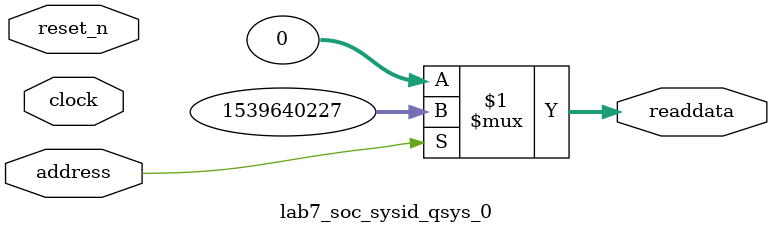
<source format=v>



// synthesis translate_off
`timescale 1ns / 1ps
// synthesis translate_on

// turn off superfluous verilog processor warnings 
// altera message_level Level1 
// altera message_off 10034 10035 10036 10037 10230 10240 10030 

module lab7_soc_sysid_qsys_0 (
               // inputs:
                address,
                clock,
                reset_n,

               // outputs:
                readdata
             )
;

  output  [ 31: 0] readdata;
  input            address;
  input            clock;
  input            reset_n;

  wire    [ 31: 0] readdata;
  //control_slave, which is an e_avalon_slave
  assign readdata = address ? 1539640227 : 0;

endmodule



</source>
